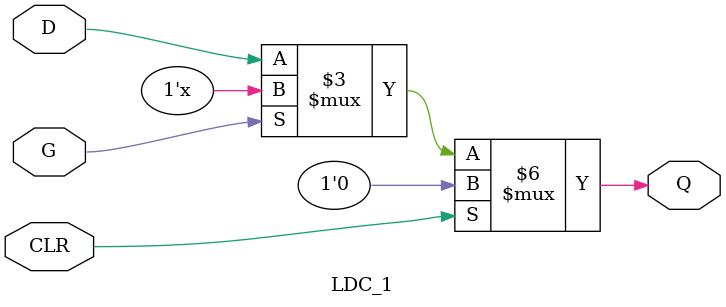
<source format=v>

/*

FUNCTION    : D-LATCH with async clear

*/

`celldefine
`timescale  100 ps / 10 ps

module LDC_1 (Q, CLR, D, G);

    parameter INIT = 1'b0;

    output Q;
    reg    Q;

    input  CLR, D, G;

    always @( CLR or D or G)
        if (CLR)
        Q <= 0;
        else if (!G)
        Q <= D;

endmodule

</source>
